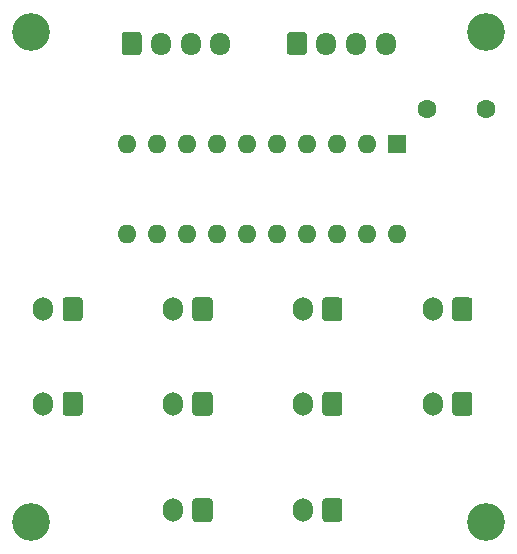
<source format=gbr>
G04 #@! TF.GenerationSoftware,KiCad,Pcbnew,(5.1.10)-1*
G04 #@! TF.CreationDate,2021-10-09T13:30:43+01:00*
G04 #@! TF.ProjectId,8_switch_array,385f7377-6974-4636-985f-61727261792e,rev?*
G04 #@! TF.SameCoordinates,Original*
G04 #@! TF.FileFunction,Soldermask,Bot*
G04 #@! TF.FilePolarity,Negative*
%FSLAX46Y46*%
G04 Gerber Fmt 4.6, Leading zero omitted, Abs format (unit mm)*
G04 Created by KiCad (PCBNEW (5.1.10)-1) date 2021-10-09 13:30:43*
%MOMM*%
%LPD*%
G01*
G04 APERTURE LIST*
%ADD10O,1.600000X1.600000*%
%ADD11R,1.600000X1.600000*%
%ADD12O,1.700000X2.000000*%
%ADD13C,1.600000*%
%ADD14C,3.200000*%
%ADD15O,1.700000X1.950000*%
G04 APERTURE END LIST*
D10*
X158500000Y-54120000D03*
X135640000Y-46500000D03*
X155960000Y-54120000D03*
X138180000Y-46500000D03*
X153420000Y-54120000D03*
X140720000Y-46500000D03*
X150880000Y-54120000D03*
X143260000Y-46500000D03*
X148340000Y-54120000D03*
X145800000Y-46500000D03*
X145800000Y-54120000D03*
X148340000Y-46500000D03*
X143260000Y-54120000D03*
X150880000Y-46500000D03*
X140720000Y-54120000D03*
X153420000Y-46500000D03*
X138180000Y-54120000D03*
X155960000Y-46500000D03*
X135640000Y-54120000D03*
D11*
X158500000Y-46500000D03*
D12*
X150500000Y-77500000D03*
G36*
G01*
X153850000Y-76750000D02*
X153850000Y-78250000D01*
G75*
G02*
X153600000Y-78500000I-250000J0D01*
G01*
X152400000Y-78500000D01*
G75*
G02*
X152150000Y-78250000I0J250000D01*
G01*
X152150000Y-76750000D01*
G75*
G02*
X152400000Y-76500000I250000J0D01*
G01*
X153600000Y-76500000D01*
G75*
G02*
X153850000Y-76750000I0J-250000D01*
G01*
G37*
D13*
X166000000Y-43500000D03*
X161000000Y-43500000D03*
D12*
X161500000Y-68500000D03*
G36*
G01*
X164850000Y-67750000D02*
X164850000Y-69250000D01*
G75*
G02*
X164600000Y-69500000I-250000J0D01*
G01*
X163400000Y-69500000D01*
G75*
G02*
X163150000Y-69250000I0J250000D01*
G01*
X163150000Y-67750000D01*
G75*
G02*
X163400000Y-67500000I250000J0D01*
G01*
X164600000Y-67500000D01*
G75*
G02*
X164850000Y-67750000I0J-250000D01*
G01*
G37*
X150500000Y-68500000D03*
G36*
G01*
X153850000Y-67750000D02*
X153850000Y-69250000D01*
G75*
G02*
X153600000Y-69500000I-250000J0D01*
G01*
X152400000Y-69500000D01*
G75*
G02*
X152150000Y-69250000I0J250000D01*
G01*
X152150000Y-67750000D01*
G75*
G02*
X152400000Y-67500000I250000J0D01*
G01*
X153600000Y-67500000D01*
G75*
G02*
X153850000Y-67750000I0J-250000D01*
G01*
G37*
X161500000Y-60500000D03*
G36*
G01*
X164850000Y-59750000D02*
X164850000Y-61250000D01*
G75*
G02*
X164600000Y-61500000I-250000J0D01*
G01*
X163400000Y-61500000D01*
G75*
G02*
X163150000Y-61250000I0J250000D01*
G01*
X163150000Y-59750000D01*
G75*
G02*
X163400000Y-59500000I250000J0D01*
G01*
X164600000Y-59500000D01*
G75*
G02*
X164850000Y-59750000I0J-250000D01*
G01*
G37*
X150500000Y-60500000D03*
G36*
G01*
X153850000Y-59750000D02*
X153850000Y-61250000D01*
G75*
G02*
X153600000Y-61500000I-250000J0D01*
G01*
X152400000Y-61500000D01*
G75*
G02*
X152150000Y-61250000I0J250000D01*
G01*
X152150000Y-59750000D01*
G75*
G02*
X152400000Y-59500000I250000J0D01*
G01*
X153600000Y-59500000D01*
G75*
G02*
X153850000Y-59750000I0J-250000D01*
G01*
G37*
D14*
X166000000Y-37000000D03*
X166000000Y-78500000D03*
X127500000Y-78500000D03*
X127500000Y-37000000D03*
D12*
X139500000Y-77500000D03*
G36*
G01*
X142850000Y-76750000D02*
X142850000Y-78250000D01*
G75*
G02*
X142600000Y-78500000I-250000J0D01*
G01*
X141400000Y-78500000D01*
G75*
G02*
X141150000Y-78250000I0J250000D01*
G01*
X141150000Y-76750000D01*
G75*
G02*
X141400000Y-76500000I250000J0D01*
G01*
X142600000Y-76500000D01*
G75*
G02*
X142850000Y-76750000I0J-250000D01*
G01*
G37*
X139500000Y-60500000D03*
G36*
G01*
X142850000Y-59750000D02*
X142850000Y-61250000D01*
G75*
G02*
X142600000Y-61500000I-250000J0D01*
G01*
X141400000Y-61500000D01*
G75*
G02*
X141150000Y-61250000I0J250000D01*
G01*
X141150000Y-59750000D01*
G75*
G02*
X141400000Y-59500000I250000J0D01*
G01*
X142600000Y-59500000D01*
G75*
G02*
X142850000Y-59750000I0J-250000D01*
G01*
G37*
X128500000Y-68500000D03*
G36*
G01*
X131850000Y-67750000D02*
X131850000Y-69250000D01*
G75*
G02*
X131600000Y-69500000I-250000J0D01*
G01*
X130400000Y-69500000D01*
G75*
G02*
X130150000Y-69250000I0J250000D01*
G01*
X130150000Y-67750000D01*
G75*
G02*
X130400000Y-67500000I250000J0D01*
G01*
X131600000Y-67500000D01*
G75*
G02*
X131850000Y-67750000I0J-250000D01*
G01*
G37*
X128500000Y-60500000D03*
G36*
G01*
X131850000Y-59750000D02*
X131850000Y-61250000D01*
G75*
G02*
X131600000Y-61500000I-250000J0D01*
G01*
X130400000Y-61500000D01*
G75*
G02*
X130150000Y-61250000I0J250000D01*
G01*
X130150000Y-59750000D01*
G75*
G02*
X130400000Y-59500000I250000J0D01*
G01*
X131600000Y-59500000D01*
G75*
G02*
X131850000Y-59750000I0J-250000D01*
G01*
G37*
X139500000Y-68500000D03*
G36*
G01*
X142850000Y-67750000D02*
X142850000Y-69250000D01*
G75*
G02*
X142600000Y-69500000I-250000J0D01*
G01*
X141400000Y-69500000D01*
G75*
G02*
X141150000Y-69250000I0J250000D01*
G01*
X141150000Y-67750000D01*
G75*
G02*
X141400000Y-67500000I250000J0D01*
G01*
X142600000Y-67500000D01*
G75*
G02*
X142850000Y-67750000I0J-250000D01*
G01*
G37*
D15*
X157500000Y-38000000D03*
X155000000Y-38000000D03*
X152500000Y-38000000D03*
G36*
G01*
X149150000Y-38725000D02*
X149150000Y-37275000D01*
G75*
G02*
X149400000Y-37025000I250000J0D01*
G01*
X150600000Y-37025000D01*
G75*
G02*
X150850000Y-37275000I0J-250000D01*
G01*
X150850000Y-38725000D01*
G75*
G02*
X150600000Y-38975000I-250000J0D01*
G01*
X149400000Y-38975000D01*
G75*
G02*
X149150000Y-38725000I0J250000D01*
G01*
G37*
X143500000Y-38000000D03*
X141000000Y-38000000D03*
X138500000Y-38000000D03*
G36*
G01*
X135150000Y-38725000D02*
X135150000Y-37275000D01*
G75*
G02*
X135400000Y-37025000I250000J0D01*
G01*
X136600000Y-37025000D01*
G75*
G02*
X136850000Y-37275000I0J-250000D01*
G01*
X136850000Y-38725000D01*
G75*
G02*
X136600000Y-38975000I-250000J0D01*
G01*
X135400000Y-38975000D01*
G75*
G02*
X135150000Y-38725000I0J250000D01*
G01*
G37*
M02*

</source>
